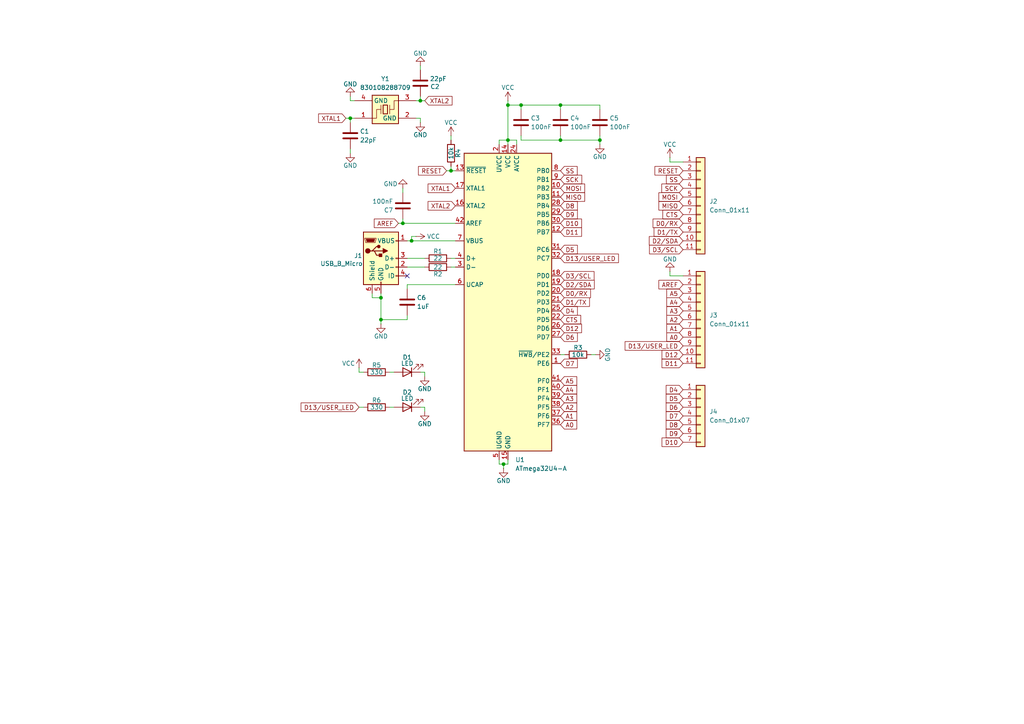
<source format=kicad_sch>
(kicad_sch (version 20250114) (generator "eeschema") (generator_version "9.0")
  (paper "A4")
  (lib_symbols
    (symbol "Connector:USB_B_Micro" (pin_names (offset 1.016))
      (property "Reference" "J" (at -5.08 11.43 0))
      (property "Value" "USB_B_Micro" (at -5.08 8.89 0))
      (symbol "USB_B_Micro_0_1"
        (rectangle (start -5.08 -7.62) (end 5.08 7.62) (stroke (width 0.254)) (fill (type background)))
        (polyline (pts (xy -4.699 5.842) (xy -4.699 5.588) (xy -4.445 4.826) (xy -4.445 4.572) (xy -1.651 4.572) (xy -1.651 4.826) (xy -1.397 5.588) (xy -1.397 5.842) (xy -4.699 5.842)))
        (polyline (pts (xy -4.318 5.588) (xy -1.778 5.588) (xy -2.032 4.826) (xy -4.064 4.826) (xy -4.318 5.588)) (fill (type outline)))
        (circle (center -3.81 2.159) (radius 0.635) (stroke (width 0.254)) (fill (type outline)))
        (polyline (pts (xy -3.175 2.159) (xy -2.54 2.159) (xy -1.27 3.429) (xy -0.635 3.429)) (stroke (width 0.254)))
        (polyline (pts (xy -2.54 2.159) (xy -1.905 2.159) (xy -1.27 0.889) (xy 0 0.889)) (stroke (width 0.254)))
        (polyline (pts (xy -1.905 2.159) (xy 0.635 2.159)) (stroke (width 0.254)))
        (circle (center -0.635 3.429) (radius 0.381) (stroke (width 0.254)) (fill (type outline)))
        (rectangle (start -0.127 -7.62) (end 0.127 -6.858))
        (rectangle (start 0.254 1.27) (end -0.508 0.508) (stroke (width 0.254)) (fill (type outline)))
        (polyline (pts (xy 0.635 2.794) (xy 0.635 1.524) (xy 1.905 2.159) (xy 0.635 2.794)) (stroke (width 0.254)) (fill (type outline)))
        (rectangle (start 5.08 4.953) (end 4.318 5.207))
        (rectangle (start 5.08 -0.127) (end 4.318 0.127))
        (rectangle (start 5.08 -2.667) (end 4.318 -2.413))
        (rectangle (start 5.08 -5.207) (end 4.318 -4.953))
      )
      (symbol "USB_B_Micro_1_1"
        (pin passive line (at -2.54 -10.16 90) (length 2.54) (name "Shield") (number "6"))
        (pin power_out line (at 0 -10.16 90) (length 2.54) (name "GND") (number "5"))
        (pin power_out line (at 7.62 5.08 180) (length 2.54) (name "VBUS") (number "1"))
        (pin bidirectional line (at 7.62 0 180) (length 2.54) (name "D+") (number "3"))
        (pin bidirectional line (at 7.62 -2.54 180) (length 2.54) (name "D-") (number "2"))
        (pin passive line (at 7.62 -5.08 180) (length 2.54) (name "ID") (number "4"))
      )
    )
    (symbol "Connector_Generic:Conn_01x07" (pin_names (offset 1.016) (hide yes))
      (property "Reference" "J" (at 0 10.16 0))
      (property "Value" "Conn_01x07" (at 0 -10.16 0))
      (symbol "Conn_01x07_1_1"
        (rectangle (start -1.27 8.89) (end 1.27 -8.89) (stroke (width 0.254)) (fill (type background)))
        (rectangle (start -1.27 7.747) (end 0 7.493) (stroke (width 0.1524)))
        (rectangle (start -1.27 5.207) (end 0 4.953) (stroke (width 0.1524)))
        (rectangle (start -1.27 2.667) (end 0 2.413) (stroke (width 0.1524)))
        (rectangle (start -1.27 0.127) (end 0 -0.127) (stroke (width 0.1524)))
        (rectangle (start -1.27 -2.413) (end 0 -2.667) (stroke (width 0.1524)))
        (rectangle (start -1.27 -4.953) (end 0 -5.207) (stroke (width 0.1524)))
        (rectangle (start -1.27 -7.493) (end 0 -7.747) (stroke (width 0.1524)))
        (pin passive line (at -5.08 7.62 0) (length 3.81) (name "Pin_1") (number "1"))
        (pin passive line (at -5.08 5.08 0) (length 3.81) (name "Pin_2") (number "2"))
        (pin passive line (at -5.08 2.54 0) (length 3.81) (name "Pin_3") (number "3"))
        (pin passive line (at -5.08 0 0) (length 3.81) (name "Pin_4") (number "4"))
        (pin passive line (at -5.08 -2.54 0) (length 3.81) (name "Pin_5") (number "5"))
        (pin passive line (at -5.08 -5.08 0) (length 3.81) (name "Pin_6") (number "6"))
        (pin passive line (at -5.08 -7.62 0) (length 3.81) (name "Pin_7") (number "7"))
      )
    )
    (symbol "Connector_Generic:Conn_01x11" (pin_names (offset 1.016) (hide yes))
      (property "Reference" "J" (at 0 15.24 0))
      (property "Value" "Conn_01x11" (at 0 -15.24 0))
      (symbol "Conn_01x11_1_1"
        (rectangle (start -1.27 13.97) (end 1.27 -13.97) (stroke (width 0.254)) (fill (type background)))
        (rectangle (start -1.27 12.827) (end 0 12.573) (stroke (width 0.1524)))
        (rectangle (start -1.27 10.287) (end 0 10.033) (stroke (width 0.1524)))
        (rectangle (start -1.27 7.747) (end 0 7.493) (stroke (width 0.1524)))
        (rectangle (start -1.27 5.207) (end 0 4.953) (stroke (width 0.1524)))
        (rectangle (start -1.27 2.667) (end 0 2.413) (stroke (width 0.1524)))
        (rectangle (start -1.27 0.127) (end 0 -0.127) (stroke (width 0.1524)))
        (rectangle (start -1.27 -2.413) (end 0 -2.667) (stroke (width 0.1524)))
        (rectangle (start -1.27 -4.953) (end 0 -5.207) (stroke (width 0.1524)))
        (rectangle (start -1.27 -7.493) (end 0 -7.747) (stroke (width 0.1524)))
        (rectangle (start -1.27 -10.033) (end 0 -10.287) (stroke (width 0.1524)))
        (rectangle (start -1.27 -12.573) (end 0 -12.827) (stroke (width 0.1524)))
        (pin passive line (at -5.08 12.7 0) (length 3.81) (name "Pin_1") (number "1"))
        (pin passive line (at -5.08 10.16 0) (length 3.81) (name "Pin_2") (number "2"))
        (pin passive line (at -5.08 7.62 0) (length 3.81) (name "Pin_3") (number "3"))
        (pin passive line (at -5.08 5.08 0) (length 3.81) (name "Pin_4") (number "4"))
        (pin passive line (at -5.08 2.54 0) (length 3.81) (name "Pin_5") (number "5"))
        (pin passive line (at -5.08 0 0) (length 3.81) (name "Pin_6") (number "6"))
        (pin passive line (at -5.08 -2.54 0) (length 3.81) (name "Pin_7") (number "7"))
        (pin passive line (at -5.08 -5.08 0) (length 3.81) (name "Pin_8") (number "8"))
        (pin passive line (at -5.08 -7.62 0) (length 3.81) (name "Pin_9") (number "9"))
        (pin passive line (at -5.08 -10.16 0) (length 3.81) (name "Pin_10") (number "10"))
        (pin passive line (at -5.08 -12.7 0) (length 3.81) (name "Pin_11") (number "11"))
      )
    )
    (symbol "Crystal:830108288709"
      (property "Reference" "Y" (at 24.13 8.89 0))
      (property "Value" "830108288709" (at 24.13 6.35 0))
      (symbol "830108288709_0_1"
        (polyline (pts (xy -1.27 1.27) (xy -1.27 -1.27)))
        (polyline (pts (xy 1.27 3.175) (xy 1.27 3.175)))
        (polyline (pts (xy 1.27 1.27) (xy 1.27 -1.27)))
      )
      (symbol "830108288709_1_1"
        (rectangle (start -3.81 4.1275) (end 3.81 -4.1275) (stroke (width 0.254)) (fill (type background)))
        (polyline (pts (xy -3.81 -2.54) (xy -2.54 -2.54) (xy -2.54 0) (xy -1.27 0)))
        (rectangle (start -0.635 1.27) (end 0.635 -1.27) (stroke (width 0.254)))
        (polyline (pts (xy 3.81 2.54) (xy 2.54 2.54) (xy 2.54 0) (xy 1.27 0)))
        (pin passive line (at -8.89 2.54 0) (length 5.08) (name "GND") (number "4"))
        (pin passive line (at -8.89 -2.54 0) (length 5.08) (name "") (number "1"))
        (pin passive line (at 8.89 2.54 180) (length 5.08) (name "") (number "3"))
        (pin passive line (at 8.89 -2.54 180) (length 5.08) (name "GND") (number "2"))
      )
    )
    (symbol "Device:C" (pin_numbers (hide yes)) (pin_names (offset 0.254))
      (property "Reference" "C" (at 0.635 2.54 0))
      (property "Value" "C" (at 0.635 -2.54 0))
      (symbol "C_0_1"
        (polyline (pts (xy -2.032 0.762) (xy 2.032 0.762)) (stroke (width 0.508)))
        (polyline (pts (xy -2.032 -0.762) (xy 2.032 -0.762)) (stroke (width 0.508)))
      )
      (symbol "C_1_1"
        (pin passive line (at 0 3.81 270) (length 2.794) (name "~") (number "1"))
        (pin passive line (at 0 -3.81 90) (length 2.794) (name "~") (number "2"))
      )
    )
    (symbol "Device:LED" (pin_numbers (hide yes)) (pin_names (offset 1.016) (hide yes))
      (property "Reference" "D" (at 0 2.54 0))
      (property "Value" "LED" (at 0 -2.54 0))
      (symbol "LED_0_1"
        (polyline (pts (xy -3.048 -0.762) (xy -4.572 -2.286) (xy -3.81 -2.286) (xy -4.572 -2.286) (xy -4.572 -1.524)))
        (polyline (pts (xy -1.778 -0.762) (xy -3.302 -2.286) (xy -2.54 -2.286) (xy -3.302 -2.286) (xy -3.302 -1.524)))
        (polyline (pts (xy -1.27 0) (xy 1.27 0)))
        (polyline (pts (xy -1.27 -1.27) (xy -1.27 1.27)) (stroke (width 0.254)))
        (polyline (pts (xy 1.27 -1.27) (xy 1.27 1.27) (xy -1.27 0) (xy 1.27 -1.27)) (stroke (width 0.254)))
      )
      (symbol "LED_1_1"
        (pin passive line (at -3.81 0 0) (length 2.54) (name "K") (number "1"))
        (pin passive line (at 3.81 0 180) (length 2.54) (name "A") (number "2"))
      )
    )
    (symbol "Device:R" (pin_numbers (hide yes)) (pin_names (offset 0))
      (property "Reference" "R" (at 2.032 0 90))
      (property "Value" "R" (at 0 0 90))
      (symbol "R_0_1"
        (rectangle (start -1.016 -2.54) (end 1.016 2.54) (stroke (width 0.254)))
      )
      (symbol "R_1_1"
        (pin passive line (at 0 3.81 270) (length 1.27) (name "~") (number "1"))
        (pin passive line (at 0 -3.81 90) (length 1.27) (name "~") (number "2"))
      )
    )
    (symbol "MCU_Microchip_ATmega:ATmega32U4-A"
      (property "Reference" "U" (at -12.7 44.45 0))
      (property "Value" "ATmega32U4-A" (at 2.54 -44.45 0))
      (symbol "ATmega32U4-A_0_1"
        (rectangle (start -12.7 -43.18) (end 12.7 43.18) (stroke (width 0.254)) (fill (type background)))
      )
      (symbol "ATmega32U4-A_1_1"
        (pin input line (at -15.24 38.1 0) (length 2.54) (name "~{RESET}") (number "13"))
        (pin input line (at -15.24 33.02 0) (length 2.54) (name "XTAL1") (number "17"))
        (pin output line (at -15.24 27.94 0) (length 2.54) (name "XTAL2") (number "16"))
        (pin passive line (at -15.24 22.86 0) (length 2.54) (name "AREF") (number "42"))
        (pin input line (at -15.24 17.78 0) (length 2.54) (name "VBUS") (number "7"))
        (pin bidirectional line (at -15.24 12.7 0) (length 2.54) (name "D+") (number "4"))
        (pin bidirectional line (at -15.24 10.16 0) (length 2.54) (name "D-") (number "3"))
        (pin passive line (at -15.24 5.08 0) (length 2.54) (name "UCAP") (number "6"))
        (pin power_in line (at -2.54 45.72 270) (length 2.54) (name "UVCC") (number "2"))
        (pin passive line (at -2.54 -45.72 90) (length 2.54) (name "UGND") (number "5"))
        (pin power_in line (at 0 45.72 270) (length 2.54) (name "VCC") (number "14"))
        (pin passive line (at 0 45.72 270) (length 2.54) (hide yes) (name "VCC") (number "34"))
        (pin power_in line (at 0 -45.72 90) (length 2.54) (name "GND") (number "15"))
        (pin passive line (at 0 -45.72 90) (length 2.54) (hide yes) (name "GND") (number "23"))
        (pin passive line (at 0 -45.72 90) (length 2.54) (hide yes) (name "GND") (number "35"))
        (pin passive line (at 0 -45.72 90) (length 2.54) (hide yes) (name "GND") (number "43"))
        (pin power_in line (at 2.54 45.72 270) (length 2.54) (name "AVCC") (number "24"))
        (pin passive line (at 2.54 45.72 270) (length 2.54) (hide yes) (name "AVCC") (number "44"))
        (pin bidirectional line (at 15.24 38.1 180) (length 2.54) (name "PB0") (number "8"))
        (pin bidirectional line (at 15.24 35.56 180) (length 2.54) (name "PB1") (number "9"))
        (pin bidirectional line (at 15.24 33.02 180) (length 2.54) (name "PB2") (number "10"))
        (pin bidirectional line (at 15.24 30.48 180) (length 2.54) (name "PB3") (number "11"))
        (pin bidirectional line (at 15.24 27.94 180) (length 2.54) (name "PB4") (number "28"))
        (pin bidirectional line (at 15.24 25.4 180) (length 2.54) (name "PB5") (number "29"))
        (pin bidirectional line (at 15.24 22.86 180) (length 2.54) (name "PB6") (number "30"))
        (pin bidirectional line (at 15.24 20.32 180) (length 2.54) (name "PB7") (number "12"))
        (pin bidirectional line (at 15.24 15.24 180) (length 2.54) (name "PC6") (number "31"))
        (pin bidirectional line (at 15.24 12.7 180) (length 2.54) (name "PC7") (number "32"))
        (pin bidirectional line (at 15.24 7.62 180) (length 2.54) (name "PD0") (number "18"))
        (pin bidirectional line (at 15.24 5.08 180) (length 2.54) (name "PD1") (number "19"))
        (pin bidirectional line (at 15.24 2.54 180) (length 2.54) (name "PD2") (number "20"))
        (pin bidirectional line (at 15.24 0 180) (length 2.54) (name "PD3") (number "21"))
        (pin bidirectional line (at 15.24 -2.54 180) (length 2.54) (name "PD4") (number "25"))
        (pin bidirectional line (at 15.24 -5.08 180) (length 2.54) (name "PD5") (number "22"))
        (pin bidirectional line (at 15.24 -7.62 180) (length 2.54) (name "PD6") (number "26"))
        (pin bidirectional line (at 15.24 -10.16 180) (length 2.54) (name "PD7") (number "27"))
        (pin bidirectional line (at 15.24 -15.24 180) (length 2.54) (name "~{HWB}/PE2") (number "33"))
        (pin bidirectional line (at 15.24 -17.78 180) (length 2.54) (name "PE6") (number "1"))
        (pin bidirectional line (at 15.24 -22.86 180) (length 2.54) (name "PF0") (number "41"))
        (pin bidirectional line (at 15.24 -25.4 180) (length 2.54) (name "PF1") (number "40"))
        (pin bidirectional line (at 15.24 -27.94 180) (length 2.54) (name "PF4") (number "39"))
        (pin bidirectional line (at 15.24 -30.48 180) (length 2.54) (name "PF5") (number "38"))
        (pin bidirectional line (at 15.24 -33.02 180) (length 2.54) (name "PF6") (number "37"))
        (pin bidirectional line (at 15.24 -35.56 180) (length 2.54) (name "PF7") (number "36"))
      )
    )
    (symbol "power:GND" (power) (pin_numbers (hide yes)) (pin_names (offset 0) (hide yes))
      (property "Value" "GND" (at 0 -3.81 0))
      (symbol "GND_0_1"
        (polyline (pts (xy 0 0) (xy 0 -1.27) (xy 1.27 -1.27) (xy 0 -2.54) (xy -1.27 -1.27) (xy 0 -1.27)))
      )
      (symbol "GND_1_1"
        (pin power_in line (at 0 0 270) (length 0) (name "~") (number "1"))
      )
    )
    (symbol "power:VCC" (power) (pin_numbers (hide yes)) (pin_names (offset 0) (hide yes))
      (property "Value" "VCC" (at 0 3.556 0))
      (symbol "VCC_0_1"
        (polyline (pts (xy -0.762 1.27) (xy 0 2.54)))
        (polyline (pts (xy 0 2.54) (xy 0.762 1.27)))
        (polyline (pts (xy 0 0) (xy 0 2.54)))
      )
      (symbol "VCC_1_1"
        (pin power_in line (at 0 0 90) (length 0) (name "~") (number "1"))
      )
    )
  )
  (junction (at 116.84 64.77))
  (junction (at 101.6 34.29))
  (junction (at 151.13 30.48))
  (junction (at 110.49 92.71))
  (junction (at 162.56 30.48))
  (junction (at 121.92 29.21))
  (junction (at 162.56 40.64))
  (junction (at 147.32 40.64))
  (junction (at 130.81 49.53))
  (junction (at 173.99 40.64))
  (junction (at 119.38 69.85))
  (junction (at 110.49 86.36))
  (junction (at 147.32 30.48))
  (junction (at 146.05 134.62))
  (no_connect (at 118.11 80.01))
  (wire (pts (xy 121.92 118.11) (xy 123.19 118.11)))
  (wire (pts (xy 119.38 69.85) (xy 132.08 69.85)))
  (wire (pts (xy 121.92 107.95) (xy 123.19 107.95)))
  (wire (pts (xy 173.99 31.75) (xy 173.99 30.48)))
  (wire (pts (xy 100.33 34.29) (xy 101.6 34.29)))
  (wire (pts (xy 171.45 102.87) (xy 172.72 102.87)))
  (wire (pts (xy 132.08 64.77) (xy 116.84 64.77)))
  (wire (pts (xy 147.32 30.48) (xy 151.13 30.48)))
  (wire (pts (xy 162.56 30.48) (xy 162.56 31.75)))
  (wire (pts (xy 173.99 40.64) (xy 173.99 41.91)))
  (wire (pts (xy 110.49 92.71) (xy 118.11 92.71)))
  (wire (pts (xy 120.65 29.21) (xy 121.92 29.21)))
  (wire (pts (xy 121.92 34.29) (xy 121.92 35.56)))
  (wire (pts (xy 173.99 30.48) (xy 162.56 30.48)))
  (wire (pts (xy 110.49 86.36) (xy 110.49 92.71)))
  (wire (pts (xy 115.57 64.77) (xy 116.84 64.77)))
  (wire (pts (xy 110.49 92.71) (xy 110.49 93.98)))
  (wire (pts (xy 147.32 40.64) (xy 147.32 41.91)))
  (wire (pts (xy 123.19 107.95) (xy 123.19 109.22)))
  (wire (pts (xy 123.19 118.11) (xy 123.19 119.38)))
  (wire (pts (xy 194.31 80.01) (xy 194.31 78.74)))
  (wire (pts (xy 130.81 74.93) (xy 132.08 74.93)))
  (wire (pts (xy 118.11 74.93) (xy 123.19 74.93)))
  (wire (pts (xy 118.11 82.55) (xy 118.11 83.82)))
  (wire (pts (xy 121.92 29.21) (xy 123.19 29.21)))
  (wire (pts (xy 120.65 68.58) (xy 119.38 68.58)))
  (wire (pts (xy 102.87 34.29) (xy 101.6 34.29)))
  (wire (pts (xy 132.08 49.53) (xy 130.81 49.53)))
  (wire (pts (xy 121.92 29.21) (xy 121.92 27.94)))
  (wire (pts (xy 147.32 134.62) (xy 147.32 133.35)))
  (wire (pts (xy 105.41 107.95) (xy 104.14 107.95)))
  (wire (pts (xy 113.03 107.95) (xy 114.3 107.95)))
  (wire (pts (xy 144.78 134.62) (xy 146.05 134.62)))
  (wire (pts (xy 151.13 39.37) (xy 151.13 40.64)))
  (wire (pts (xy 151.13 40.64) (xy 162.56 40.64)))
  (wire (pts (xy 151.13 30.48) (xy 162.56 30.48)))
  (wire (pts (xy 198.12 80.01) (xy 194.31 80.01)))
  (wire (pts (xy 144.78 40.64) (xy 147.32 40.64)))
  (wire (pts (xy 146.05 134.62) (xy 147.32 134.62)))
  (wire (pts (xy 130.81 77.47) (xy 132.08 77.47)))
  (wire (pts (xy 129.54 49.53) (xy 130.81 49.53)))
  (wire (pts (xy 151.13 31.75) (xy 151.13 30.48)))
  (wire (pts (xy 116.84 64.77) (xy 116.84 63.5)))
  (wire (pts (xy 173.99 40.64) (xy 173.99 39.37)))
  (wire (pts (xy 121.92 19.05) (xy 121.92 20.32)))
  (wire (pts (xy 149.86 40.64) (xy 149.86 41.91)))
  (wire (pts (xy 162.56 40.64) (xy 173.99 40.64)))
  (wire (pts (xy 118.11 92.71) (xy 118.11 91.44)))
  (wire (pts (xy 118.11 77.47) (xy 123.19 77.47)))
  (wire (pts (xy 130.81 49.53) (xy 130.81 48.26)))
  (wire (pts (xy 110.49 85.09) (xy 110.49 86.36)))
  (wire (pts (xy 144.78 41.91) (xy 144.78 40.64)))
  (wire (pts (xy 130.81 39.37) (xy 130.81 40.64)))
  (wire (pts (xy 198.12 46.99) (xy 194.31 46.99)))
  (wire (pts (xy 104.14 107.95) (xy 104.14 106.68)))
  (wire (pts (xy 113.03 118.11) (xy 114.3 118.11)))
  (wire (pts (xy 118.11 69.85) (xy 119.38 69.85)))
  (wire (pts (xy 147.32 30.48) (xy 147.32 29.21)))
  (wire (pts (xy 120.65 34.29) (xy 121.92 34.29)))
  (wire (pts (xy 147.32 30.48) (xy 147.32 40.64)))
  (wire (pts (xy 116.84 54.61) (xy 116.84 55.88)))
  (wire (pts (xy 107.95 86.36) (xy 110.49 86.36)))
  (wire (pts (xy 107.95 85.09) (xy 107.95 86.36)))
  (wire (pts (xy 119.38 68.58) (xy 119.38 69.85)))
  (wire (pts (xy 146.05 134.62) (xy 146.05 135.89)))
  (wire (pts (xy 162.56 39.37) (xy 162.56 40.64)))
  (wire (pts (xy 102.87 29.21) (xy 101.6 29.21)))
  (wire (pts (xy 104.14 118.11) (xy 105.41 118.11)))
  (wire (pts (xy 194.31 46.99) (xy 194.31 45.72)))
  (wire (pts (xy 147.32 40.64) (xy 149.86 40.64)))
  (wire (pts (xy 101.6 29.21) (xy 101.6 27.94)))
  (wire (pts (xy 144.78 133.35) (xy 144.78 134.62)))
  (wire (pts (xy 101.6 34.29) (xy 101.6 35.56)))
  (wire (pts (xy 101.6 43.18) (xy 101.6 44.45)))
  (wire (pts (xy 162.56 102.87) (xy 163.83 102.87)))
  (wire (pts (xy 132.08 82.55) (xy 118.11 82.55)))
  (global_label "CTS" (shape input) (at 198.12 62.23 180) (property "Intersheetrefs" "${INTERSHEET_REFS}" (effects (hide yes))))
  (global_label "D2{slash}SDA" (shape input) (at 198.12 69.85 180) (property "Intersheetrefs" "${INTERSHEET_REFS}" (effects (hide yes))))
  (global_label "A0" (shape input) (at 198.12 97.79 180) (property "Intersheetrefs" "${INTERSHEET_REFS}" (effects (hide yes))))
  (global_label "MISO" (shape input) (at 198.12 59.69 180) (property "Intersheetrefs" "${INTERSHEET_REFS}" (effects (hide yes))))
  (global_label "XTAL2" (shape input) (at 132.08 59.69 180) (property "Intersheetrefs" "${INTERSHEET_REFS}" (effects (hide yes))))
  (global_label "A4" (shape input) (at 198.12 87.63 180) (property "Intersheetrefs" "${INTERSHEET_REFS}" (effects (hide yes))))
  (global_label "MISO" (shape input) (at 162.56 57.15 0) (property "Intersheetrefs" "${INTERSHEET_REFS}" (effects (hide yes))))
  (global_label "A0" (shape input) (at 162.56 123.19 0) (property "Intersheetrefs" "${INTERSHEET_REFS}" (effects (hide yes))))
  (global_label "A2" (shape input) (at 198.12 92.71 180) (property "Intersheetrefs" "${INTERSHEET_REFS}" (effects (hide yes))))
  (global_label "D1{slash}TX" (shape input) (at 198.12 67.31 180) (property "Intersheetrefs" "${INTERSHEET_REFS}" (effects (hide yes))))
  (global_label "D0{slash}RX" (shape input) (at 198.12 64.77 180) (property "Intersheetrefs" "${INTERSHEET_REFS}" (effects (hide yes))))
  (global_label "D11" (shape input) (at 162.56 67.31 0) (property "Intersheetrefs" "${INTERSHEET_REFS}" (effects (hide yes))))
  (global_label "CTS" (shape input) (at 162.56 92.71 0) (property "Intersheetrefs" "${INTERSHEET_REFS}" (effects (hide yes))))
  (global_label "D12" (shape input) (at 198.12 102.87 180) (property "Intersheetrefs" "${INTERSHEET_REFS}" (effects (hide yes))))
  (global_label "D10" (shape input) (at 198.12 128.27 180) (property "Intersheetrefs" "${INTERSHEET_REFS}" (effects (hide yes))))
  (global_label "A4" (shape input) (at 162.56 113.03 0) (property "Intersheetrefs" "${INTERSHEET_REFS}" (effects (hide yes))))
  (global_label "AREF" (shape input) (at 115.57 64.77 180) (property "Intersheetrefs" "${INTERSHEET_REFS}" (effects (hide yes))))
  (global_label "D3{slash}SCL" (shape input) (at 162.56 80.01 0) (property "Intersheetrefs" "${INTERSHEET_REFS}" (effects (hide yes))))
  (global_label "XTAL1" (shape input) (at 100.33 34.29 180) (property "Intersheetrefs" "${INTERSHEET_REFS}" (effects (hide yes))))
  (global_label "D6" (shape input) (at 198.12 118.11 180) (property "Intersheetrefs" "${INTERSHEET_REFS}" (effects (hide yes))))
  (global_label "D6" (shape input) (at 162.56 97.79 0) (property "Intersheetrefs" "${INTERSHEET_REFS}" (effects (hide yes))))
  (global_label "SS" (shape input) (at 198.12 52.07 180) (property "Intersheetrefs" "${INTERSHEET_REFS}" (effects (hide yes))))
  (global_label "D7" (shape input) (at 198.12 120.65 180) (property "Intersheetrefs" "${INTERSHEET_REFS}" (effects (hide yes))))
  (global_label "D5" (shape input) (at 162.56 72.39 0) (property "Intersheetrefs" "${INTERSHEET_REFS}" (effects (hide yes))))
  (global_label "D8" (shape input) (at 198.12 123.19 180) (property "Intersheetrefs" "${INTERSHEET_REFS}" (effects (hide yes))))
  (global_label "MOSI" (shape input) (at 198.12 57.15 180) (property "Intersheetrefs" "${INTERSHEET_REFS}" (effects (hide yes))))
  (global_label "A3" (shape input) (at 162.56 115.57 0) (property "Intersheetrefs" "${INTERSHEET_REFS}" (effects (hide yes))))
  (global_label "XTAL2" (shape input) (at 123.19 29.21 0) (property "Intersheetrefs" "${INTERSHEET_REFS}" (effects (hide yes))))
  (global_label "A1" (shape input) (at 162.56 120.65 0) (property "Intersheetrefs" "${INTERSHEET_REFS}" (effects (hide yes))))
  (global_label "A2" (shape input) (at 162.56 118.11 0) (property "Intersheetrefs" "${INTERSHEET_REFS}" (effects (hide yes))))
  (global_label "D4" (shape input) (at 162.56 90.17 0) (property "Intersheetrefs" "${INTERSHEET_REFS}" (effects (hide yes))))
  (global_label "RESET" (shape input) (at 129.54 49.53 180) (property "Intersheetrefs" "${INTERSHEET_REFS}" (effects (hide yes))))
  (global_label "D5" (shape input) (at 198.12 115.57 180) (property "Intersheetrefs" "${INTERSHEET_REFS}" (effects (hide yes))))
  (global_label "D3{slash}SCL" (shape input) (at 198.12 72.39 180) (property "Intersheetrefs" "${INTERSHEET_REFS}" (effects (hide yes))))
  (global_label "XTAL1" (shape input) (at 132.08 54.61 180) (property "Intersheetrefs" "${INTERSHEET_REFS}" (effects (hide yes))))
  (global_label "RESET" (shape input) (at 198.12 49.53 180) (property "Intersheetrefs" "${INTERSHEET_REFS}" (effects (hide yes))))
  (global_label "D0{slash}RX" (shape input) (at 162.56 85.09 0) (property "Intersheetrefs" "${INTERSHEET_REFS}" (effects (hide yes))))
  (global_label "D13{slash}USER_LED" (shape input) (at 198.12 100.33 180) (property "Intersheetrefs" "${INTERSHEET_REFS}" (effects (hide yes))))
  (global_label "A3" (shape input) (at 198.12 90.17 180) (property "Intersheetrefs" "${INTERSHEET_REFS}" (effects (hide yes))))
  (global_label "D13{slash}USER_LED" (shape input) (at 104.14 118.11 180) (property "Intersheetrefs" "${INTERSHEET_REFS}" (effects (hide yes))))
  (global_label "D4" (shape input) (at 198.12 113.03 180) (property "Intersheetrefs" "${INTERSHEET_REFS}" (effects (hide yes))))
  (global_label "D9" (shape input) (at 198.12 125.73 180) (property "Intersheetrefs" "${INTERSHEET_REFS}" (effects (hide yes))))
  (global_label "D8" (shape input) (at 162.56 59.69 0) (property "Intersheetrefs" "${INTERSHEET_REFS}" (effects (hide yes))))
  (global_label "A5" (shape input) (at 198.12 85.09 180) (property "Intersheetrefs" "${INTERSHEET_REFS}" (effects (hide yes))))
  (global_label "A1" (shape input) (at 198.12 95.25 180) (property "Intersheetrefs" "${INTERSHEET_REFS}" (effects (hide yes))))
  (global_label "D10" (shape input) (at 162.56 64.77 0) (property "Intersheetrefs" "${INTERSHEET_REFS}" (effects (hide yes))))
  (global_label "D13{slash}USER_LED" (shape input) (at 162.56 74.93 0) (property "Intersheetrefs" "${INTERSHEET_REFS}" (effects (hide yes))))
  (global_label "D7" (shape input) (at 162.56 105.41 0) (property "Intersheetrefs" "${INTERSHEET_REFS}" (effects (hide yes))))
  (global_label "D2{slash}SDA" (shape input) (at 162.56 82.55 0) (property "Intersheetrefs" "${INTERSHEET_REFS}" (effects (hide yes))))
  (global_label "SCK" (shape input) (at 198.12 54.61 180) (property "Intersheetrefs" "${INTERSHEET_REFS}" (effects (hide yes))))
  (global_label "AREF" (shape input) (at 198.12 82.55 180) (property "Intersheetrefs" "${INTERSHEET_REFS}" (effects (hide yes))))
  (global_label "D9" (shape input) (at 162.56 62.23 0) (property "Intersheetrefs" "${INTERSHEET_REFS}" (effects (hide yes))))
  (global_label "SCK" (shape input) (at 162.56 52.07 0) (property "Intersheetrefs" "${INTERSHEET_REFS}" (effects (hide yes))))
  (global_label "D12" (shape input) (at 162.56 95.25 0) (property "Intersheetrefs" "${INTERSHEET_REFS}" (effects (hide yes))))
  (global_label "D11" (shape input) (at 198.12 105.41 180) (property "Intersheetrefs" "${INTERSHEET_REFS}" (effects (hide yes))))
  (global_label "D1{slash}TX" (shape input) (at 162.56 87.63 0) (property "Intersheetrefs" "${INTERSHEET_REFS}" (effects (hide yes))))
  (global_label "SS" (shape input) (at 162.56 49.53 0) (property "Intersheetrefs" "${INTERSHEET_REFS}" (effects (hide yes))))
  (global_label "MOSI" (shape input) (at 162.56 54.61 0) (property "Intersheetrefs" "${INTERSHEET_REFS}" (effects (hide yes))))
  (global_label "A5" (shape input) (at 162.56 110.49 0) (property "Intersheetrefs" "${INTERSHEET_REFS}" (effects (hide yes))))
  (symbol (lib_id "power:GND") (at 173.99 41.91 0) (unit 1)
    (property "Reference" "#PWR07" (effects (hide yes)))
    (property "Value" "GND" (at 173.99 45.466 0))
    (property "Description" "Power symbol creates a global label with name \"GND\" , ground" (effects (hide yes)))
  )
  (symbol (lib_id "Device:R") (at 130.81 44.45 180) (unit 1)
    (property "Reference" "R4" (at 132.842 44.45 90))
    (property "Value" "10k" (at 130.81 44.45 90))
    (property "Footprint" "Resistor_SMD:R_0603_1608Metric" (effects (hide yes)))
    (property "Description" "Resistor" (effects (hide yes)))
  )
  (symbol (lib_id "MCU_Microchip_ATmega:ATmega32U4-A") (at 147.32 87.63 0) (unit 1)
    (property "Reference" "U1" (at 149.4633 133.35 0) (effects (justify left)))
    (property "Value" "ATmega32U4-A" (at 149.4633 135.89 0) (effects (justify left)))
    (property "Footprint" "Package_QFP:TQFP-44_10x10mm_P0.8mm" (effects (hide yes)))
    (property "Datasheet" "http://ww1.microchip.com/downloads/en/DeviceDoc/Atmel-7766-8-bit-AVR-ATmega16U4-32U4_Datasheet.pdf" (effects (hide yes)))
    (property "Description" "16MHz, 32kB Flash, 2.5kB SRAM, 1kB EEPROM, USB 2.0, TQFP-44" (effects (hide yes)))
  )
  (symbol (lib_id "power:VCC") (at 194.31 45.72 0) (unit 1)
    (property "Reference" "#PWR016" (effects (hide yes)))
    (property "Value" "VCC" (at 194.31 41.91 0))
    (property "Description" "Power symbol creates a global label with name \"VCC\"" (effects (hide yes)))
  )
  (symbol (lib_id "Device:C") (at 121.92 24.13 180) (unit 1)
    (property "Reference" "C2" (at 127.508 25.146 0) (effects (justify left)))
    (property "Value" "22pF" (at 129.54 22.86 0) (effects (justify left)))
    (property "Footprint" "Capacitor_SMD:C_0603_1608Metric" (effects (hide yes)))
    (property "Description" "Unpolarized capacitor" (effects (hide yes)))
  )
  (symbol (lib_id "Connector:USB_B_Micro") (at 110.49 74.93 0) (unit 1)
    (property "Reference" "J1" (at 103.886 74.168 0))
    (property "Value" "USB_B_Micro" (at 99.06 76.454 0))
    (property "Footprint" "Connector_USB:USB_Micro-B_GCT_USB3076-30-A" (effects (hide yes)))
    (property "Description" "USB Micro Type B connector" (effects (hide yes)))
  )
  (symbol (lib_id "power:VCC") (at 147.32 29.21 0) (unit 1)
    (property "Reference" "#PWR05" (effects (hide yes)))
    (property "Value" "VCC" (at 147.32 25.4 0))
    (property "Description" "Power symbol creates a global label with name \"VCC\"" (effects (hide yes)))
  )
  (symbol (lib_id "Device:LED") (at 118.11 107.95 180) (unit 1)
    (property "Reference" "D1" (at 118.11 103.632 0))
    (property "Value" "LED" (at 118.11 105.41 0))
    (property "Footprint" "LED_SMD:LED_0603_1608Metric" (effects (hide yes)))
    (property "Description" "Light emitting diode" (effects (hide yes)))
    (property "Sim.Pins" "1=K 2=A" (effects (hide yes)))
  )
  (symbol (lib_id "Device:R") (at 167.64 102.87 90) (unit 1)
    (property "Reference" "R3" (at 167.64 100.838 90))
    (property "Value" "10k" (at 167.64 102.87 90))
    (property "Footprint" "Resistor_SMD:R_0603_1608Metric" (effects (hide yes)))
    (property "Description" "Resistor" (effects (hide yes)))
  )
  (symbol (lib_id "power:GND") (at 123.19 119.38 0) (unit 1)
    (property "Reference" "#PWR018" (effects (hide yes)))
    (property "Value" "GND" (at 123.19 122.936 0))
    (property "Description" "Power symbol creates a global label with name \"GND\" , ground" (effects (hide yes)))
  )
  (symbol (lib_id "power:VCC") (at 104.14 106.68 0) (unit 1)
    (property "Reference" "#PWR014" (effects (hide yes)))
    (property "Value" "VCC" (at 101.092 105.41 0))
    (property "Description" "Power symbol creates a global label with name \"VCC\"" (effects (hide yes)))
  )
  (symbol (lib_id "power:GND") (at 121.92 19.05 180) (unit 1)
    (property "Reference" "#PWR04" (effects (hide yes)))
    (property "Value" "GND" (at 121.92 15.494 0))
    (property "Description" "Power symbol creates a global label with name \"GND\" , ground" (effects (hide yes)))
  )
  (symbol (lib_id "Connector_Generic:Conn_01x11") (at 203.2 59.69 0) (unit 1)
    (property "Reference" "J2" (at 205.74 58.4199 0) (effects (justify left)))
    (property "Value" "Conn_01x11" (at 205.74 60.9599 0) (effects (justify left)))
    (property "Footprint" "Connector_PinHeader_2.00mm:PinHeader_1x11_P2.00mm_Vertical" (effects (hide yes)))
    (property "Description" "Generic connector, single row, 01x11, script generated (kicad-library-utils/schlib/autogen/connector/)" (effects (hide yes)))
  )
  (symbol (lib_id "Device:R") (at 109.22 118.11 90) (unit 1)
    (property "Reference" "R6" (at 109.22 116.078 90))
    (property "Value" "330" (at 109.22 118.11 90))
    (property "Footprint" "Resistor_SMD:R_0603_1608Metric" (effects (hide yes)))
    (property "Description" "Resistor" (effects (hide yes)))
  )
  (symbol (lib_id "Device:LED") (at 118.11 118.11 180) (unit 1)
    (property "Reference" "D2" (at 118.11 113.792 0))
    (property "Value" "LED" (at 118.11 115.57 0))
    (property "Footprint" "LED_SMD:LED_0603_1608Metric" (effects (hide yes)))
    (property "Description" "Light emitting diode" (effects (hide yes)))
    (property "Sim.Pins" "1=K 2=A" (effects (hide yes)))
  )
  (symbol (lib_id "power:VCC") (at 120.65 68.58 270) (unit 1)
    (property "Reference" "#PWR09" (effects (hide yes)))
    (property "Value" "VCC" (at 125.73 68.58 90))
    (property "Description" "Power symbol creates a global label with name \"VCC\"" (effects (hide yes)))
  )
  (symbol (lib_id "power:GND") (at 146.05 135.89 0) (unit 1)
    (property "Reference" "#PWR08" (effects (hide yes)))
    (property "Value" "GND" (at 146.05 139.446 0))
    (property "Description" "Power symbol creates a global label with name \"GND\" , ground" (effects (hide yes)))
  )
  (symbol (lib_id "Device:C") (at 116.84 59.69 180) (unit 1)
    (property "Reference" "C7" (at 114.046 60.96 0) (effects (justify left)))
    (property "Value" "100nF" (at 114.046 58.42 0) (effects (justify left)))
    (property "Footprint" "Capacitor_SMD:C_0603_1608Metric" (effects (hide yes)))
    (property "Description" "Unpolarized capacitor" (effects (hide yes)))
  )
  (symbol (lib_id "power:GND") (at 123.19 109.22 0) (unit 1)
    (property "Reference" "#PWR013" (effects (hide yes)))
    (property "Value" "GND" (at 123.19 112.776 0))
    (property "Description" "Power symbol creates a global label with name \"GND\" , ground" (effects (hide yes)))
  )
  (symbol (lib_id "power:GND") (at 116.84 54.61 180) (unit 1)
    (property "Reference" "#PWR012" (effects (hide yes)))
    (property "Value" "GND" (at 113.284 53.34 0))
    (property "Description" "Power symbol creates a global label with name \"GND\" , ground" (effects (hide yes)))
  )
  (symbol (lib_id "Device:C") (at 162.56 35.56 0) (unit 1)
    (property "Reference" "C4" (at 165.354 34.29 0) (effects (justify left)))
    (property "Value" "100nF" (at 165.354 36.83 0) (effects (justify left)))
    (property "Footprint" "Capacitor_SMD:C_0603_1608Metric" (effects (hide yes)))
    (property "Description" "Unpolarized capacitor" (effects (hide yes)))
  )
  (symbol (lib_id "power:GND") (at 101.6 27.94 180) (unit 1)
    (property "Reference" "#PWR01" (effects (hide yes)))
    (property "Value" "GND" (at 101.6 24.384 0))
    (property "Description" "Power symbol creates a global label with name \"GND\" , ground" (effects (hide yes)))
  )
  (symbol (lib_id "Device:R") (at 127 74.93 90) (unit 1)
    (property "Reference" "R1" (at 127 72.898 90))
    (property "Value" "22" (at 127 74.93 90))
    (property "Footprint" "Resistor_SMD:R_0603_1608Metric" (effects (hide yes)))
    (property "Description" "Resistor" (effects (hide yes)))
  )
  (symbol (lib_id "Connector_Generic:Conn_01x11") (at 203.2 92.71 0) (unit 1)
    (property "Reference" "J3" (at 205.74 91.4399 0) (effects (justify left)))
    (property "Value" "Conn_01x11" (at 205.74 93.9799 0) (effects (justify left)))
    (property "Footprint" "Connector_PinHeader_2.00mm:PinHeader_1x11_P2.00mm_Vertical" (effects (hide yes)))
    (property "Description" "Generic connector, single row, 01x11, script generated (kicad-library-utils/schlib/autogen/connector/)" (effects (hide yes)))
  )
  (symbol (lib_id "Device:C") (at 101.6 39.37 0) (unit 1)
    (property "Reference" "C1" (at 104.394 38.1 0) (effects (justify left)))
    (property "Value" "22pF" (at 104.394 40.64 0) (effects (justify left)))
    (property "Footprint" "Capacitor_SMD:C_0603_1608Metric" (effects (hide yes)))
    (property "Description" "Unpolarized capacitor" (effects (hide yes)))
  )
  (symbol (lib_id "power:GND") (at 110.49 93.98 0) (unit 1)
    (property "Reference" "#PWR010" (effects (hide yes)))
    (property "Value" "GND" (at 110.49 97.536 0))
    (property "Description" "Power symbol creates a global label with name \"GND\" , ground" (effects (hide yes)))
  )
  (symbol (lib_id "power:VCC") (at 130.81 39.37 0) (unit 1)
    (property "Reference" "#PWR06" (effects (hide yes)))
    (property "Value" "VCC" (at 130.81 35.56 0))
    (property "Description" "Power symbol creates a global label with name \"VCC\"" (effects (hide yes)))
  )
  (symbol (lib_id "Device:C") (at 151.13 35.56 0) (unit 1)
    (property "Reference" "C3" (at 153.924 34.29 0) (effects (justify left)))
    (property "Value" "100nF" (at 153.924 36.83 0) (effects (justify left)))
    (property "Footprint" "Capacitor_SMD:C_0603_1608Metric" (effects (hide yes)))
    (property "Description" "Unpolarized capacitor" (effects (hide yes)))
  )
  (symbol (lib_id "Device:C") (at 118.11 87.63 0) (unit 1)
    (property "Reference" "C6" (at 120.904 86.36 0) (effects (justify left)))
    (property "Value" "1uF" (at 120.904 88.9 0) (effects (justify left)))
    (property "Footprint" "Capacitor_SMD:C_0603_1608Metric" (effects (hide yes)))
    (property "Description" "Unpolarized capacitor" (effects (hide yes)))
  )
  (symbol (lib_id "power:GND") (at 194.31 78.74 180) (unit 1)
    (property "Reference" "#PWR015" (effects (hide yes)))
    (property "Value" "GND" (at 194.31 75.184 0))
    (property "Description" "Power symbol creates a global label with name \"GND\" , ground" (effects (hide yes)))
  )
  (symbol (lib_id "Device:C") (at 173.99 35.56 0) (unit 1)
    (property "Reference" "C5" (at 176.784 34.29 0) (effects (justify left)))
    (property "Value" "100nF" (at 176.784 36.83 0) (effects (justify left)))
    (property "Footprint" "Capacitor_SMD:C_0603_1608Metric" (effects (hide yes)))
    (property "Description" "Unpolarized capacitor" (effects (hide yes)))
  )
  (symbol (lib_id "power:GND") (at 172.72 102.87 90) (unit 1)
    (property "Reference" "#PWR011" (effects (hide yes)))
    (property "Value" "GND" (at 176.276 102.87 0))
    (property "Description" "Power symbol creates a global label with name \"GND\" , ground" (effects (hide yes)))
  )
  (symbol (lib_id "power:GND") (at 101.6 44.45 0) (unit 1)
    (property "Reference" "#PWR03" (effects (hide yes)))
    (property "Value" "GND" (at 101.6 48.006 0))
    (property "Description" "Power symbol creates a global label with name \"GND\" , ground" (effects (hide yes)))
  )
  (symbol (lib_id "Device:R") (at 127 77.47 90) (unit 1)
    (property "Reference" "R2" (at 127 79.502 90))
    (property "Value" "22" (at 127 77.47 90))
    (property "Footprint" "Resistor_SMD:R_0603_1608Metric" (effects (hide yes)))
    (property "Description" "Resistor" (effects (hide yes)))
  )
  (symbol (lib_id "Connector_Generic:Conn_01x07") (at 203.2 120.65 0) (unit 1)
    (property "Reference" "J4" (at 205.74 119.3799 0) (effects (justify left)))
    (property "Value" "Conn_01x07" (at 205.74 121.9199 0) (effects (justify left)))
    (property "Footprint" "Connector_PinHeader_2.00mm:PinHeader_1x07_P2.00mm_Vertical" (effects (hide yes)))
    (property "Description" "Generic connector, single row, 01x07, script generated (kicad-library-utils/schlib/autogen/connector/)" (effects (hide yes)))
  )
  (symbol (lib_id "Crystal:830108288709") (at 111.76 31.75 0) (unit 1)
    (property "Reference" "Y1" (at 111.76 22.86 0))
    (property "Value" "830108288709" (at 111.76 25.4 0))
    (property "Footprint" "Crystal:830108288709_Handsolderable" (effects (hide yes)))
    (property "Datasheet" "https://www.we-online.com/catalog/datasheet/830108340709.pdf" (effects (hide yes)))
    (property "Description" "Standard 3.2 x 2.5mm SMD crystal in a ceramic package with a seam sealed metal lid, hermetically sealed" (effects (hide yes)))
    (property "Height" "0.5" (effects (hide yes)))
    (property "Mouser Part Number" "710-830108288709" (effects (hide yes)))
    (property "Mouser Price/Stock" "https://www.mouser.co.uk/ProductDetail/Wurth-Elektronik/830108288709?qs=hd1VzrDQEGh1P0bXtFDXZQ%3D%3D" (effects (hide yes)))
    (property "Manufacturer_Name" "Wurth Elektronik" (effects (hide yes)))
    (property "Manufacturer_Part_Number" "830108288709" (effects (hide yes)))
  )
  (symbol (lib_id "Device:R") (at 109.22 107.95 90) (unit 1)
    (property "Reference" "R5" (at 109.22 105.918 90))
    (property "Value" "330" (at 109.22 107.95 90))
    (property "Footprint" "Resistor_SMD:R_0603_1608Metric" (effects (hide yes)))
    (property "Description" "Resistor" (effects (hide yes)))
  )
  (symbol (lib_id "power:GND") (at 121.92 35.56 0) (unit 1)
    (property "Reference" "#PWR02" (effects (hide yes)))
    (property "Value" "GND" (at 121.92 39.116 0))
    (property "Description" "Power symbol creates a global label with name \"GND\" , ground" (effects (hide yes)))
  )
)
</source>
